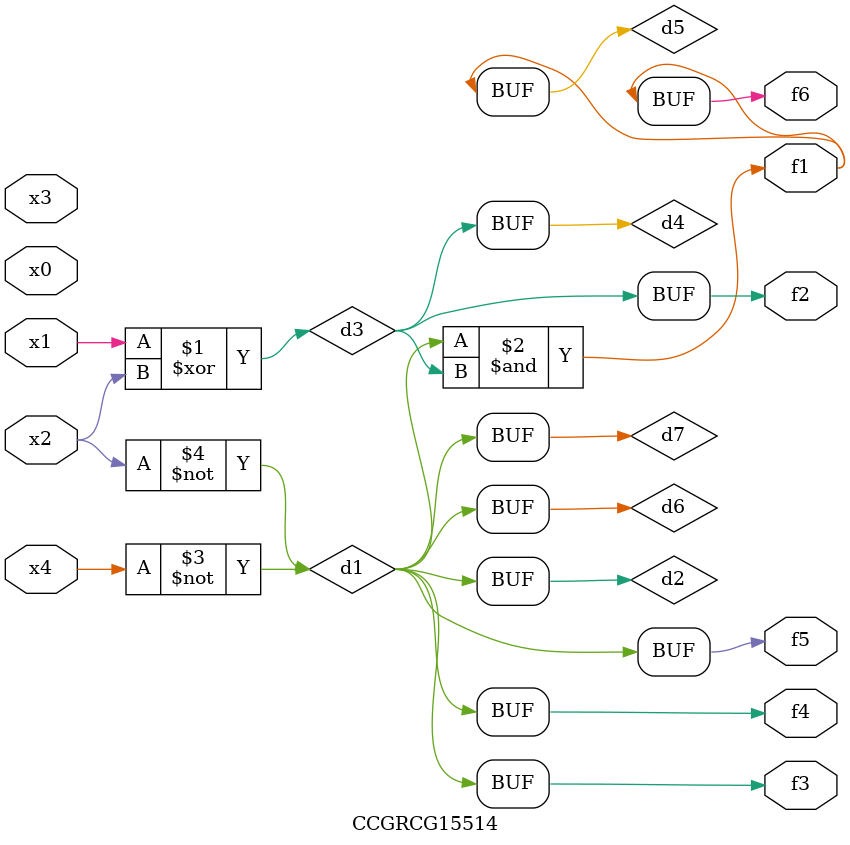
<source format=v>
module CCGRCG15514(
	input x0, x1, x2, x3, x4,
	output f1, f2, f3, f4, f5, f6
);

	wire d1, d2, d3, d4, d5, d6, d7;

	not (d1, x4);
	not (d2, x2);
	xor (d3, x1, x2);
	buf (d4, d3);
	and (d5, d1, d3);
	buf (d6, d1, d2);
	buf (d7, d2);
	assign f1 = d5;
	assign f2 = d4;
	assign f3 = d7;
	assign f4 = d7;
	assign f5 = d7;
	assign f6 = d5;
endmodule

</source>
